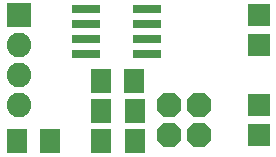
<source format=gts>
G75*
%MOIN*%
%OFA0B0*%
%FSLAX25Y25*%
%IPPOS*%
%LPD*%
%AMOC8*
5,1,8,0,0,1.08239X$1,22.5*
%
%ADD10R,0.09461X0.03162*%
%ADD11R,0.07099X0.07898*%
%ADD12R,0.07099X0.07887*%
%ADD13R,0.08200X0.08200*%
%ADD14C,0.08200*%
%ADD15R,0.07200X0.07200*%
%ADD16OC8,0.08200*%
D10*
X0031564Y0195233D03*
X0031564Y0200233D03*
X0031564Y0205233D03*
X0031564Y0210233D03*
X0052036Y0210233D03*
X0052036Y0205233D03*
X0052036Y0200233D03*
X0052036Y0195233D03*
D11*
X0047898Y0176233D03*
X0036702Y0176233D03*
X0036702Y0166233D03*
X0047898Y0166233D03*
D12*
X0008788Y0166233D03*
X0019812Y0166233D03*
X0036788Y0186233D03*
X0047812Y0186233D03*
D13*
X0009300Y0208233D03*
D14*
X0009300Y0198233D03*
X0009300Y0188233D03*
X0009300Y0178233D03*
D15*
X0089300Y0178233D03*
X0089300Y0168233D03*
X0089300Y0198233D03*
X0089300Y0208233D03*
D16*
X0069300Y0178233D03*
X0059300Y0178233D03*
X0059300Y0168233D03*
X0069300Y0168233D03*
M02*

</source>
